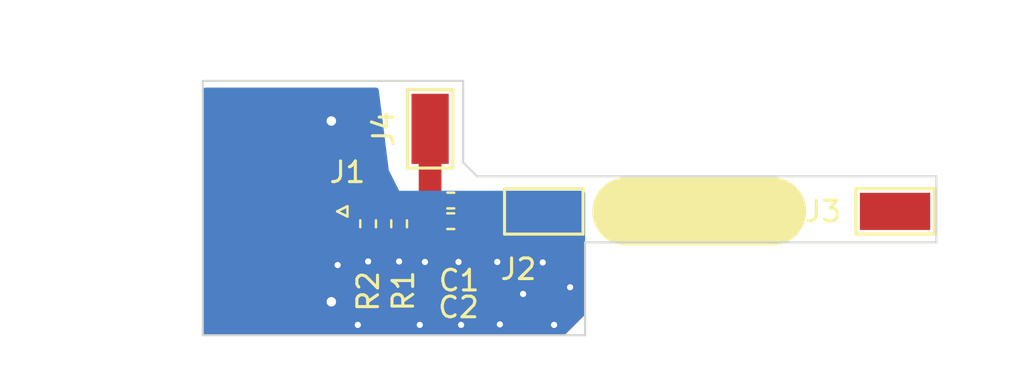
<source format=kicad_pcb>
(kicad_pcb (version 20221018) (generator pcbnew)
  (layers (0 "F.Cu" signal) (31 "B.Cu" signal) (34 "B.Paste" user) (35 "F.Paste" user) (36 "B.SilkS" user "B.Silkscreen") (37 "F.SilkS" user "F.Silkscreen") (38 "B.Mask" user) (39 "F.Mask" user) (44 "Edge.Cuts" user))
  (net 0 "")
  (net 1 "Net-(J1-In)")
  (net 2 "Net-(J2-Pin_1)")
  (net 3 "Net-(AE1-A)")
  (net 4 "GND")
  (footprint "Resistor_SMD:R_0402_1005Metric_Pad0.72x0.64mm_HandSolder" (layer "F.Cu") (at 87 83.6 -90)
    (fp_text reference "R2" (at 3.275 0 -90) (layer "F.SilkS"))
    (fp_text value "R5")
    (fp_line (start -0.167621 -0.38) (end 0.167621 -0.38) (stroke (width 0.12)) (layer "F.SilkS"))
    (fp_line (start -0.167621 0.38) (end 0.167621 0.38) (stroke (width 0.12)) (layer "F.SilkS"))
    (pad "1" smd roundrect (at -0.5975 0 270) (size 0.715 0.64) (layers "F.Cu" "F.Paste" "F.Mask") (net 1 "Net-(J1-In)"))
    (pad "2" smd roundrect (at 0.5975 0 270) (size 0.715 0.64) (layers "F.Cu" "F.Paste" "F.Mask") (net 4 "GND"))
  )
  (footprint "Resistor_SMD:R_0402_1005Metric_Pad0.72x0.64mm_HandSolder" (layer "F.Cu") (at 91 83.475)
    (fp_text reference "C2" (at 0.375 4.175) (layer "F.SilkS"))
    (fp_text value "C_Small")
    (fp_line (start -0.167621 -0.38) (end 0.167621 -0.38) (stroke (width 0.12)) (layer "F.SilkS"))
    (fp_line (start -0.167621 0.38) (end 0.167621 0.38) (stroke (width 0.12)) (layer "F.SilkS"))
    (pad "1" smd roundrect (at -0.5975 0) (size 0.715 0.64) (layers "F.Cu" "F.Paste" "F.Mask") (net 1 "Net-(J1-In)"))
    (pad "2" smd roundrect (at 0.5975 0) (size 0.715 0.64) (layers "F.Cu" "F.Paste" "F.Mask") (net 2 "Net-(J2-Pin_1)"))
  )
  (footprint "Resistor_SMD:R_0402_1005Metric_Pad0.72x0.64mm_HandSolder" (layer "F.Cu") (at 88.5 83.6 -90)
    (fp_text reference "R1" (at 3.25 -0.2 90) (layer "F.SilkS"))
    (fp_text value "R60")
    (fp_line (start -0.167621 -0.38) (end 0.167621 -0.38) (stroke (width 0.12)) (layer "F.SilkS"))
    (fp_line (start -0.167621 0.38) (end 0.167621 0.38) (stroke (width 0.12)) (layer "F.SilkS"))
    (pad "1" smd roundrect (at -0.5975 0 270) (size 0.715 0.64) (layers "F.Cu" "F.Paste" "F.Mask") (net 1 "Net-(J1-In)"))
    (pad "2" smd roundrect (at 0.5975 0 270) (size 0.715 0.64) (layers "F.Cu" "F.Paste" "F.Mask") (net 4 "GND"))
  )
  (footprint "Connector_Coaxial:SMA_Molex_73251-1153_EdgeMount_Horizontal" (layer "F.Cu") (at 83.5 83)
    (fp_text reference "J1" (at 2.5 -1.9) (layer "F.SilkS"))
    (fp_text value "Conn_Coaxial")
    (fp_line (start 2 0) (end 2.5 -0.25) (stroke (width 0.12)) (layer "F.SilkS"))
    (fp_line (start 2.5 -0.25) (end 2.5 0.25) (stroke (width 0.12)) (layer "F.SilkS"))
    (fp_line (start 2.5 0.25) (end 2 0) (stroke (width 0.12)) (layer "F.SilkS"))
    (pad "1" smd rect (at -1.72 0) (size 5.08 2.29) (layers "F.Cu" "F.Paste" "F.Mask") (net 1 "Net-(J1-In)"))
    (pad "2" smd rect (at -1.72 -4.38) (size 5.08 2.42) (layers "F.Cu" "F.Paste" "F.Mask") (net 4 "GND"))
    (pad "2" smd rect (at -1.72 -4.38) (size 5.08 2.42) (layers "B.Cu" "B.Paste" "B.Mask") (net 4 "GND"))
    (pad "2" smd rect (at -1.72 4.38) (size 5.08 2.42) (layers "F.Cu" "F.Paste" "F.Mask") (net 4 "GND"))
    (pad "2" smd rect (at -1.72 4.38) (size 5.08 2.42) (layers "B.Cu" "B.Paste" "B.Mask") (net 4 "GND"))
    (pad "2" smd rect (at 1.27 -4.38) (size 0.95 0.46) (layers "F.Cu") (net 4 "GND"))
    (pad "2" smd rect (at 1.27 -4.38) (size 0.95 0.46) (layers "B.Cu") (net 4 "GND"))
    (pad "2" smd rect (at 1.27 4.38) (size 0.95 0.46) (layers "F.Cu") (net 4 "GND"))
    (pad "2" smd rect (at 1.27 4.38) (size 0.95 0.46) (layers "B.Cu") (net 4 "GND"))
    (pad "2" thru_hole circle (at 1.72 -4.38) (size 0.97 0.97) (drill 0.46) (layers "*.Cu") (net 4 "GND"))
    (pad "2" thru_hole circle (at 1.72 4.38) (size 0.97 0.97) (drill 0.46) (layers "*.Cu") (net 4 "GND"))
  )
  (footprint "Resistor_SMD:R_0402_1005Metric_Pad0.72x0.64mm_HandSolder" (layer "F.Cu") (at 91 82.475)
    (fp_text reference "C1" (at 0.4 3.875) (layer "F.SilkS"))
    (fp_text value "C_Small")
    (fp_line (start -0.167621 -0.38) (end 0.167621 -0.38) (stroke (width 0.12)) (layer "F.SilkS"))
    (fp_line (start -0.167621 0.38) (end 0.167621 0.38) (stroke (width 0.12)) (layer "F.SilkS"))
    (pad "1" smd roundrect (at -0.5975 0) (size 0.715 0.64) (layers "F.Cu" "F.Paste" "F.Mask") (net 1 "Net-(J1-In)"))
    (pad "2" smd roundrect (at 0.5975 0) (size 0.715 0.64) (layers "F.Cu" "F.Paste" "F.Mask") (net 2 "Net-(J2-Pin_1)"))
  )
  (footprint "TestPoint:TestPoint_Keystone_5015_Micro-Minature" (layer "F.Cu") (at 112.5 83)
    (fp_text reference "J3" (at -3.475 0) (layer "F.SilkS" knockout))
    (fp_text value "Conn_01x01_Pin")
    (fp_line (start -1.9 -1.1) (end 1.9 -1.1) (stroke (width 0.15)) (layer "F.SilkS"))
    (fp_line (start -1.9 1.1) (end -1.9 -1.1) (stroke (width 0.15)) (layer "F.SilkS"))
    (fp_line (start 1.9 -1.1) (end 1.9 1.1) (stroke (width 0.15)) (layer "F.SilkS"))
    (fp_line (start 1.9 1.1) (end -1.9 1.1) (stroke (width 0.15)) (layer "F.SilkS"))
    (pad "1" smd rect (at 0 0) (size 3.4 1.8) (layers "F.Cu" "F.Paste" "F.Mask") (net 3 "Net-(AE1-A)"))
  )
  (footprint "TestPoint:TestPoint_Keystone_5015_Micro-Minature" (layer "F.Cu") (at 95.5 83)
    (fp_text reference "J2" (at -1.225 2.8) (layer "F.SilkS"))
    (fp_text value "Conn_01x01_Pin")
    (fp_line (start -1.9 -1.1) (end 1.9 -1.1) (stroke (width 0.15)) (layer "F.SilkS"))
    (fp_line (start -1.9 1.1) (end -1.9 -1.1) (stroke (width 0.15)) (layer "F.SilkS"))
    (fp_line (start 1.9 -1.1) (end 1.9 1.1) (stroke (width 0.15)) (layer "F.SilkS"))
    (fp_line (start 1.9 1.1) (end -1.9 1.1) (stroke (width 0.15)) (layer "F.SilkS"))
    (pad "1" smd rect (at 0 0) (size 3.4 1.8) (layers "F.Cu" "F.Paste" "F.Mask") (net 2 "Net-(J2-Pin_1)"))
  )
  (footprint "TestPoint:TestPoint_Keystone_5015_Micro-Minature" (layer "F.Cu") (at 90 79 90)
    (fp_text reference "J4" (at 0 -2.25 90) (layer "F.SilkS"))
    (fp_text value "Conn_01x01_Pin")
    (fp_line (start -1.9 -1.1) (end 1.9 -1.1) (stroke (width 0.15)) (layer "F.SilkS"))
    (fp_line (start -1.9 1.1) (end -1.9 -1.1) (stroke (width 0.15)) (layer "F.SilkS"))
    (fp_line (start 1.9 -1.1) (end 1.9 1.1) (stroke (width 0.15)) (layer "F.SilkS"))
    (fp_line (start 1.9 1.1) (end -1.9 1.1) (stroke (width 0.15)) (layer "F.SilkS"))
    (pad "1" smd rect (at 0 0 90) (size 3.4 1.8) (layers "F.Cu" "F.Paste" "F.Mask") (net 1 "Net-(J1-In)"))
  )
  (gr_line (start 99.5 83) (end 106.55 83) (stroke (width 3.3)) (layer "F.SilkS"))
  (gr_line (start 79 76.675) (end 79 89) (stroke (width 0.1)) (layer "Edge.Cuts"))
  (gr_line (start 91.6 80.625) (end 91.6 76.675) (stroke (width 0.1)) (layer "Edge.Cuts"))
  (gr_line (start 97.5 89) (end 97.5 84.5) (stroke (width 0.1)) (layer "Edge.Cuts"))
  (gr_line (start 114.5 81.3) (end 92.275 81.3) (stroke (width 0.1)) (layer "Edge.Cuts"))
  (gr_line (start 114.5 84.5) (end 114.5 81.3) (stroke (width 0.1)) (layer "Edge.Cuts"))
  (gr_line (start 92.275 81.3) (end 91.6 80.625) (stroke (width 0.1)) (layer "Edge.Cuts"))
  (gr_line (start 97.5 84.5) (end 114.5 84.5) (stroke (width 0.1)) (layer "Edge.Cuts"))
  (gr_line (start 79 76.675) (end 91.6 76.675) (stroke (width 0.1)) (layer "Edge.Cuts"))
  (gr_line (start 79 89) (end 97.5 89) (stroke (width 0.1)) (layer "Edge.Cuts"))
  (segment (start 88.5 83.0025) (end 89 83.0025) (width 1.1) (layer "F.Cu") (net 1))
  (segment (start 86.9975 83) (end 87 83.0025) (width 1.1) (layer "F.Cu") (net 1))
  (segment (start 89 83.0025) (end 87 83.0025) (width 1.1) (layer "F.Cu") (net 1))
  (segment (start 90 82.65) (end 90 79) (width 1.1) (layer "F.Cu") (net 1))
  (segment (start 81.78 83) (end 86.9975 83) (width 1.1) (layer "F.Cu") (net 1))
  (segment (start 90.4 82.4825) (end 90.4025 83.475) (width 0.7226) (layer "F.Cu") (net 1))
  (segment (start 89 83.0025) (end 90 83.0025) (width 1.1) (layer "F.Cu") (net 1))
  (segment (start 91.6 82.5275) (end 91.5975 83.475) (width 0.7226) (layer "F.Cu") (net 2))
  (segment (start 91.8 83) (end 95.5 83) (width 1.1) (layer "F.Cu") (net 2))
  (segment (start 87 84.5) (end 87 86.5) (width 1.1) (layer "F.Cu") (net 4))
  (segment (start 87 84.1975) (end 87 84.5) (width 0.25) (layer "F.Cu") (net 4))
  (segment (start 88.5 84.5) (end 88.5 86.5) (width 1.1) (layer "F.Cu") (net 4))
  (segment (start 88.5 84.1975) (end 88.5 84.5) (width 0.25) (layer "F.Cu") (net 4))
  (via (at 86.5 88.5) (size 0.6) (drill 0.3) (layers "F.Cu" "B.Cu") (net 4))
  (via (at 88.5 85.425) (size 0.6) (drill 0.3) (layers "F.Cu" "B.Cu") (net 4))
  (via (at 93.375 88.475) (size 0.6) (drill 0.3) (layers "F.Cu" "B.Cu") (net 4))
  (via (at 85.525 85.6) (size 0.6) (drill 0.3) (layers "F.Cu" "B.Cu") (net 4))
  (via (at 95.45 85.475) (size 0.6) (drill 0.3) (layers "F.Cu" "B.Cu") (net 4))
  (via (at 94.5 87) (size 0.6) (drill 0.3) (layers "F.Cu" "B.Cu") (net 4))
  (via (at 91.375 85.45) (size 0.6) (drill 0.3) (layers "F.Cu" "B.Cu") (net 4))
  (via (at 93.25 85.45) (size 0.6) (drill 0.3) (layers "F.Cu" "B.Cu") (net 4))
  (via (at 89.5 88.5) (size 0.6) (drill 0.3) (layers "F.Cu" "B.Cu") (net 4))
  (via (at 87 85.425) (size 0.6) (drill 0.3) (layers "F.Cu" "B.Cu") (net 4))
  (via (at 89.75 85.45) (size 0.6) (drill 0.3) (layers "F.Cu" "B.Cu") (net 4))
  (via (at 96 88.5) (size 0.6) (drill 0.3) (layers "F.Cu" "B.Cu") (net 4))
  (via (at 91.5 88.5) (size 0.6) (drill 0.3) (layers "F.Cu" "B.Cu") (net 4))
  (via (at 96.775 86.675) (size 0.6) (drill 0.3) (layers "F.Cu" "B.Cu") (net 4))
  (zone (net 4) (net_name "GND") (layer "F.Cu") (connect_pads yes (clearance 1.15)) (min_thickness 0.11) (fill yes (thermal_gap 0.5) (thermal_bridge_width 0.5))
    (polygon (pts (xy 79 85.075) (xy 88.55 84.95) (xy 89 84.95) (xy 89.35 84.95) (xy 92.35 84.95) (xy 93.475 84.95) (xy 97.475 84.95) (xy 97.5 88) (xy 96.5 89) (xy 79 89)))
  )
  (zone (net 4) (net_name "GND") (layer "B.Cu") (connect_pads yes (clearance 0.5)) (min_thickness 0.25) (fill yes (thermal_gap 0.5) (thermal_bridge_width 0.5) (island_removal_mode 1) (island_area_min 10))
    (polygon (pts (xy 79 89) (xy 79 77) (xy 87.5 77) (xy 88 81) (xy 88.5 82) (xy 97.5 82) (xy 97.5 88) (xy 96.5 89)))
  )
)
</source>
